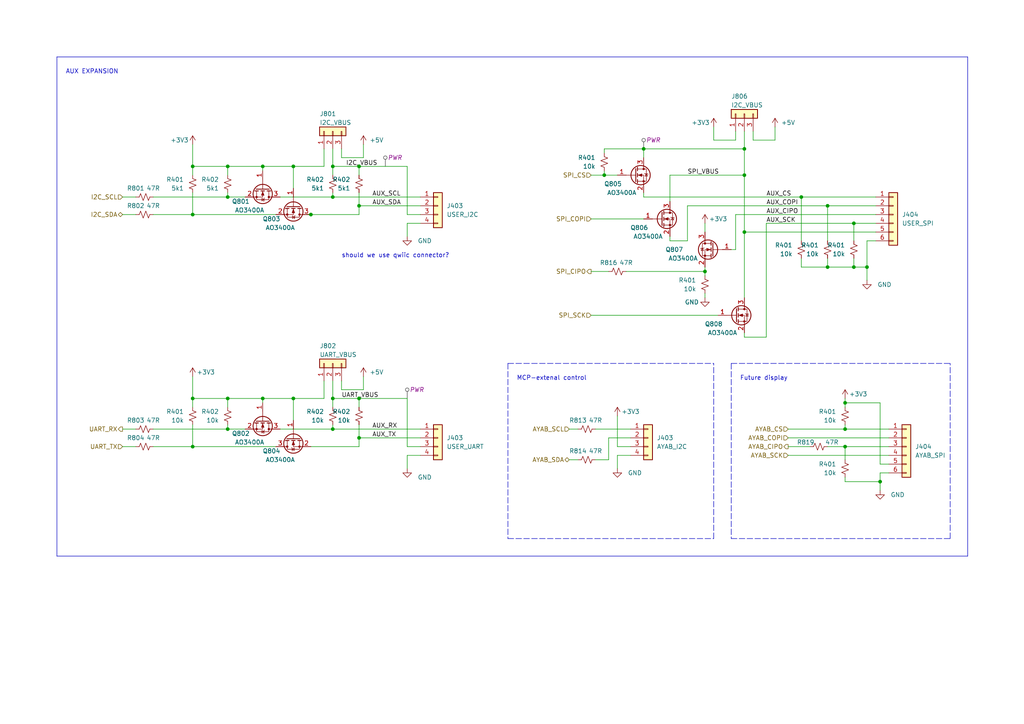
<source format=kicad_sch>
(kicad_sch (version 20230121) (generator eeschema)
  (paper "A4")
  (lib_symbols
    (symbol "Connector_Generic:Conn_01x03" (pin_names (offset 1.016) hide)
      (property "Reference" "J" (at 0 5.08 0))
      (property "Value" "Conn_01x03" (at 0 -5.08 0))
      (symbol "Conn_01x03_1_1"
        (rectangle (start -1.27 -2.413) (end 0 -2.667) (stroke (width 0.1524)))
        (rectangle (start -1.27 0.127) (end 0 -0.127) (stroke (width 0.1524)))
        (rectangle (start -1.27 2.667) (end 0 2.413) (stroke (width 0.1524)))
        (rectangle (start -1.27 3.81) (end 1.27 -3.81) (stroke (width 0.254)) (fill (type background)))
        (pin passive line (at -5.08 2.54 0) (length 3.81) (name "Pin_1") (number "1"))
        (pin passive line (at -5.08 0 0) (length 3.81) (name "Pin_2") (number "2"))
        (pin passive line (at -5.08 -2.54 0) (length 3.81) (name "Pin_3") (number "3"))
      )
    )
    (symbol "ayab-esp32:AO3400A" (pin_names hide)
      (property "Reference" "Q" (at 5.08 1.905 0))
      (property "Value" "AO3400A" (at 5.08 0 0))
      (symbol "AO3400A_0_1"
        (polyline (pts (xy 0.254 0) (xy -2.54 0)))
        (polyline (pts (xy 0.254 1.905) (xy 0.254 -1.905)) (stroke (width 0.254)))
        (polyline (pts (xy 0.762 -1.27) (xy 0.762 -2.286)) (stroke (width 0.254)))
        (polyline (pts (xy 0.762 0.508) (xy 0.762 -0.508)) (stroke (width 0.254)))
        (polyline (pts (xy 0.762 2.286) (xy 0.762 1.27)) (stroke (width 0.254)))
        (polyline (pts (xy 2.54 2.54) (xy 2.54 1.778)))
        (polyline (pts (xy 2.54 -2.54) (xy 2.54 0) (xy 0.762 0)))
        (polyline (pts (xy 0.762 -1.778) (xy 3.302 -1.778) (xy 3.302 1.778) (xy 0.762 1.778)))
        (polyline (pts (xy 1.016 0) (xy 2.032 0.381) (xy 2.032 -0.381) (xy 1.016 0)) (fill (type outline)))
        (polyline (pts (xy 2.794 0.508) (xy 2.921 0.381) (xy 3.683 0.381) (xy 3.81 0.254)))
        (polyline (pts (xy 3.302 0.381) (xy 2.921 -0.254) (xy 3.683 -0.254) (xy 3.302 0.381)))
        (circle (center 1.651 0) (radius 2.794) (stroke (width 0.254)))
        (circle (center 2.54 -1.778) (radius 0.254) (fill (type outline)))
        (circle (center 2.54 1.778) (radius 0.254) (fill (type outline)))
      )
      (symbol "AO3400A_1_1"
        (pin input line (at -5.08 0 0) (length 2.54) (name "G") (number "1"))
        (pin passive line (at 2.54 -5.08 90) (length 2.54) (name "S") (number "2"))
        (pin passive line (at 2.54 5.08 270) (length 2.54) (name "D") (number "3"))
      )
    )
    (symbol "ayab-esp32:Conn_01x04" (pin_names (offset 1.016) hide)
      (property "Reference" "J" (at 0 5.08 0))
      (property "Value" "Conn_01x04" (at 0 -7.62 0))
      (symbol "Conn_01x04_1_1"
        (rectangle (start -1.27 -4.953) (end 0 -5.207) (stroke (width 0.1524)))
        (rectangle (start -1.27 -2.413) (end 0 -2.667) (stroke (width 0.1524)))
        (rectangle (start -1.27 0.127) (end 0 -0.127) (stroke (width 0.1524)))
        (rectangle (start -1.27 2.667) (end 0 2.413) (stroke (width 0.1524)))
        (rectangle (start -1.27 3.81) (end 1.27 -6.35) (stroke (width 0.254)) (fill (type background)))
        (pin passive line (at -5.08 2.54 0) (length 3.81) (name "Pin_1") (number "1"))
        (pin passive line (at -5.08 0 0) (length 3.81) (name "Pin_2") (number "2"))
        (pin passive line (at -5.08 -2.54 0) (length 3.81) (name "Pin_3") (number "3"))
        (pin passive line (at -5.08 -5.08 0) (length 3.81) (name "Pin_4") (number "4"))
      )
    )
    (symbol "ayab-esp32:Conn_01x06" (pin_names (offset 1.016) hide)
      (property "Reference" "J" (at 0 7.62 0))
      (property "Value" "Conn_01x06" (at 0 -10.16 0))
      (symbol "Conn_01x06_1_1"
        (rectangle (start -1.27 -7.493) (end 0 -7.747) (stroke (width 0.1524)))
        (rectangle (start -1.27 -4.953) (end 0 -5.207) (stroke (width 0.1524)))
        (rectangle (start -1.27 -2.413) (end 0 -2.667) (stroke (width 0.1524)))
        (rectangle (start -1.27 0.127) (end 0 -0.127) (stroke (width 0.1524)))
        (rectangle (start -1.27 2.667) (end 0 2.413) (stroke (width 0.1524)))
        (rectangle (start -1.27 5.207) (end 0 4.953) (stroke (width 0.1524)))
        (rectangle (start -1.27 6.35) (end 1.27 -8.89) (stroke (width 0.254)) (fill (type background)))
        (pin passive line (at -5.08 5.08 0) (length 3.81) (name "Pin_1") (number "1"))
        (pin passive line (at -5.08 2.54 0) (length 3.81) (name "Pin_2") (number "2"))
        (pin passive line (at -5.08 0 0) (length 3.81) (name "Pin_3") (number "3"))
        (pin passive line (at -5.08 -2.54 0) (length 3.81) (name "Pin_4") (number "4"))
        (pin passive line (at -5.08 -5.08 0) (length 3.81) (name "Pin_5") (number "5"))
        (pin passive line (at -5.08 -7.62 0) (length 3.81) (name "Pin_6") (number "6"))
      )
    )
    (symbol "ayab-esp32:R_Small_US" (pin_numbers hide) (pin_names (offset 0.254) hide)
      (property "Reference" "R" (at 0.762 0.508 0))
      (property "Value" "R_Small_US" (at 0.762 -1.016 0))
      (symbol "R_Small_US_1_1"
        (polyline (pts (xy 0 0) (xy 1.016 -0.381) (xy 0 -0.762) (xy -1.016 -1.143) (xy 0 -1.524)))
        (polyline (pts (xy 0 1.524) (xy 1.016 1.143) (xy 0 0.762) (xy -1.016 0.381) (xy 0 0)))
        (pin passive line (at 0 2.54 270) (length 1.016) (name "~") (number "1"))
        (pin passive line (at 0 -2.54 90) (length 1.016) (name "~") (number "2"))
      )
    )
    (symbol "power:+3V3" (power) (pin_names (offset 0))
      (property "Value" "+3V3" (at 0 3.556 0))
      (symbol "+3V3_0_1"
        (polyline (pts (xy -0.762 1.27) (xy 0 2.54)))
        (polyline (pts (xy 0 0) (xy 0 2.54)))
        (polyline (pts (xy 0 2.54) (xy 0.762 1.27)))
      )
      (symbol "+3V3_1_1"
        (pin power_in line (at 0 0 90) (length 0) hide (name "+3V3") (number "1"))
      )
    )
    (symbol "power:+5V" (power) (pin_names (offset 0))
      (property "Value" "+5V" (at 0 3.556 0))
      (symbol "+5V_0_1"
        (polyline (pts (xy -0.762 1.27) (xy 0 2.54)))
        (polyline (pts (xy 0 0) (xy 0 2.54)))
        (polyline (pts (xy 0 2.54) (xy 0.762 1.27)))
      )
      (symbol "+5V_1_1"
        (pin power_in line (at 0 0 90) (length 0) hide (name "+5V") (number "1"))
      )
    )
    (symbol "power:GND" (power) (pin_names (offset 0))
      (property "Value" "GND" (at 0 -3.81 0))
      (symbol "GND_0_1"
        (polyline (pts (xy 0 0) (xy 0 -1.27) (xy 1.27 -1.27) (xy 0 -2.54) (xy -1.27 -1.27) (xy 0 -1.27)))
      )
      (symbol "GND_1_1"
        (pin power_in line (at 0 0 270) (length 0) hide (name "GND") (number "1"))
      )
    )
  )
  (junction (at 215.9 43.18))
  (junction (at 55.88 48.26))
  (junction (at 55.88 62.23))
  (junction (at 204.47 78.74))
  (junction (at 96.52 115.57))
  (junction (at 215.9 67.31))
  (junction (at 66.04 115.57))
  (junction (at 247.65 64.77))
  (junction (at 85.09 115.57))
  (junction (at 76.2 115.57))
  (junction (at 104.14 48.26))
  (junction (at 55.88 129.54))
  (junction (at 186.69 43.18))
  (junction (at 232.41 57.15))
  (junction (at 96.52 124.46))
  (junction (at 255.27 139.7))
  (junction (at 215.9 50.8))
  (junction (at 245.11 124.46))
  (junction (at 175.26 50.8))
  (junction (at 76.2 48.26))
  (junction (at 104.14 115.57))
  (junction (at 96.52 57.15))
  (junction (at 66.04 124.46))
  (junction (at 96.52 48.26))
  (junction (at 66.04 57.15))
  (junction (at 55.88 115.57))
  (junction (at 104.14 59.69))
  (junction (at 245.11 129.54))
  (junction (at 85.09 48.26))
  (junction (at 245.11 116.84))
  (junction (at 247.65 77.47))
  (junction (at 240.03 59.69))
  (junction (at 251.46 77.47))
  (junction (at 240.03 77.47))
  (junction (at 104.14 127))
  (junction (at 90.17 62.23))
  (junction (at 66.04 48.26))
  (wire (pts (xy 228.6 129.54) (xy 234.95 129.54)))
  (wire (pts (xy 35.56 57.15) (xy 39.37 57.15)))
  (wire (pts (xy 215.9 38.1) (xy 215.9 43.18)))
  (wire (pts (xy 172.72 124.46) (xy 182.88 124.46)))
  (wire (pts (xy 76.2 115.57) (xy 76.2 116.84)))
  (wire (pts (xy 245.11 116.84) (xy 245.11 118.11)))
  (wire (pts (xy 85.09 115.57) (xy 76.2 115.57)))
  (wire (pts (xy 121.92 129.54) (xy 118.11 129.54)))
  (wire (pts (xy 165.1 124.46) (xy 167.64 124.46)))
  (wire (pts (xy 55.88 123.19) (xy 55.88 129.54)))
  (wire (pts (xy 240.03 59.69) (xy 240.03 69.85)))
  (wire (pts (xy 175.26 43.18) (xy 186.69 43.18)))
  (wire (pts (xy 175.26 50.8) (xy 175.26 49.53)))
  (wire (pts (xy 96.52 115.57) (xy 104.14 115.57)))
  (polyline (pts (xy 16.51 16.51) (xy 280.67 16.51)))
  (wire (pts (xy 204.47 85.09) (xy 204.47 86.36)))
  (wire (pts (xy 118.11 132.08) (xy 121.92 132.08)))
  (polyline (pts (xy 207.01 156.21) (xy 207.01 105.41)) (stroke (width 0) (type dash)))
  (wire (pts (xy 165.1 133.35) (xy 167.64 133.35)))
  (wire (pts (xy 240.03 59.69) (xy 254 59.69)))
  (wire (pts (xy 66.04 48.26) (xy 55.88 48.26)))
  (wire (pts (xy 104.14 115.57) (xy 118.11 115.57)))
  (polyline (pts (xy 147.32 156.21) (xy 207.01 156.21)) (stroke (width 0) (type dash)))
  (wire (pts (xy 44.45 124.46) (xy 66.04 124.46)))
  (wire (pts (xy 81.28 57.15) (xy 96.52 57.15)))
  (wire (pts (xy 171.45 91.44) (xy 208.28 91.44)))
  (wire (pts (xy 255.27 134.62) (xy 257.81 134.62)))
  (wire (pts (xy 118.11 48.26) (xy 118.11 62.23)))
  (wire (pts (xy 118.11 64.77) (xy 118.11 68.58)))
  (wire (pts (xy 55.88 48.26) (xy 55.88 50.8)))
  (wire (pts (xy 55.88 41.91) (xy 55.88 48.26)))
  (wire (pts (xy 105.41 45.72) (xy 105.41 41.91)))
  (wire (pts (xy 90.17 62.23) (xy 104.14 62.23)))
  (wire (pts (xy 257.81 137.16) (xy 255.27 137.16)))
  (wire (pts (xy 194.31 69.85) (xy 199.39 69.85)))
  (wire (pts (xy 99.06 45.72) (xy 105.41 45.72)))
  (wire (pts (xy 90.17 129.54) (xy 104.14 129.54)))
  (wire (pts (xy 222.25 97.79) (xy 222.25 64.77)))
  (wire (pts (xy 55.88 129.54) (xy 80.01 129.54)))
  (wire (pts (xy 96.52 55.88) (xy 96.52 57.15)))
  (wire (pts (xy 99.06 110.49) (xy 99.06 113.03)))
  (wire (pts (xy 66.04 48.26) (xy 66.04 50.8)))
  (wire (pts (xy 35.56 124.46) (xy 39.37 124.46)))
  (wire (pts (xy 213.36 38.1) (xy 213.36 40.64)))
  (wire (pts (xy 204.47 78.74) (xy 204.47 80.01)))
  (wire (pts (xy 215.9 97.79) (xy 222.25 97.79)))
  (wire (pts (xy 204.47 64.77) (xy 204.47 67.31)))
  (wire (pts (xy 245.11 124.46) (xy 257.81 124.46)))
  (wire (pts (xy 96.52 110.49) (xy 96.52 115.57)))
  (wire (pts (xy 215.9 67.31) (xy 254 67.31)))
  (wire (pts (xy 85.09 115.57) (xy 93.98 115.57)))
  (wire (pts (xy 179.07 132.08) (xy 179.07 135.89)))
  (wire (pts (xy 251.46 77.47) (xy 251.46 81.28)))
  (wire (pts (xy 118.11 132.08) (xy 118.11 135.89)))
  (wire (pts (xy 245.11 139.7) (xy 255.27 139.7)))
  (wire (pts (xy 199.39 69.85) (xy 199.39 59.69)))
  (wire (pts (xy 186.69 57.15) (xy 232.41 57.15)))
  (wire (pts (xy 245.11 115.57) (xy 245.11 116.84)))
  (wire (pts (xy 35.56 129.54) (xy 39.37 129.54)))
  (wire (pts (xy 175.26 50.8) (xy 179.07 50.8)))
  (wire (pts (xy 255.27 139.7) (xy 255.27 142.24)))
  (wire (pts (xy 222.25 64.77) (xy 247.65 64.77)))
  (wire (pts (xy 96.52 124.46) (xy 121.92 124.46)))
  (wire (pts (xy 213.36 62.23) (xy 254 62.23)))
  (wire (pts (xy 186.69 43.18) (xy 215.9 43.18)))
  (wire (pts (xy 99.06 113.03) (xy 105.41 113.03)))
  (wire (pts (xy 207.01 36.83) (xy 207.01 40.64)))
  (wire (pts (xy 104.14 127) (xy 104.14 123.19)))
  (wire (pts (xy 104.14 48.26) (xy 118.11 48.26)))
  (wire (pts (xy 76.2 48.26) (xy 76.2 49.53)))
  (wire (pts (xy 171.45 50.8) (xy 175.26 50.8)))
  (wire (pts (xy 240.03 77.47) (xy 247.65 77.47)))
  (wire (pts (xy 104.14 48.26) (xy 104.14 50.8)))
  (polyline (pts (xy 212.09 105.41) (xy 275.59 105.41)) (stroke (width 0) (type dash)))
  (wire (pts (xy 104.14 59.69) (xy 104.14 55.88)))
  (wire (pts (xy 93.98 110.49) (xy 93.98 115.57)))
  (wire (pts (xy 55.88 62.23) (xy 80.01 62.23)))
  (wire (pts (xy 66.04 55.88) (xy 66.04 57.15)))
  (wire (pts (xy 240.03 129.54) (xy 245.11 129.54)))
  (wire (pts (xy 247.65 64.77) (xy 247.65 69.85)))
  (wire (pts (xy 182.88 132.08) (xy 179.07 132.08)))
  (wire (pts (xy 232.41 57.15) (xy 232.41 69.85)))
  (polyline (pts (xy 147.32 105.41) (xy 147.32 156.21)) (stroke (width 0) (type dash)))
  (polyline (pts (xy 16.51 161.29) (xy 280.67 161.29)))
  (wire (pts (xy 44.45 129.54) (xy 55.88 129.54)))
  (wire (pts (xy 232.41 57.15) (xy 254 57.15)))
  (wire (pts (xy 118.11 115.57) (xy 118.11 129.54)))
  (wire (pts (xy 88.9 62.23) (xy 90.17 62.23)))
  (wire (pts (xy 179.07 129.54) (xy 182.88 129.54)))
  (wire (pts (xy 66.04 57.15) (xy 71.12 57.15)))
  (wire (pts (xy 215.9 43.18) (xy 215.9 50.8)))
  (wire (pts (xy 213.36 72.39) (xy 213.36 62.23)))
  (wire (pts (xy 181.61 78.74) (xy 204.47 78.74)))
  (wire (pts (xy 99.06 43.18) (xy 99.06 45.72)))
  (wire (pts (xy 44.45 62.23) (xy 55.88 62.23)))
  (wire (pts (xy 96.52 115.57) (xy 96.52 118.11)))
  (wire (pts (xy 179.07 120.65) (xy 179.07 129.54)))
  (wire (pts (xy 245.11 129.54) (xy 257.81 129.54)))
  (wire (pts (xy 104.14 127) (xy 121.92 127)))
  (wire (pts (xy 247.65 64.77) (xy 254 64.77)))
  (wire (pts (xy 247.65 74.93) (xy 247.65 77.47)))
  (wire (pts (xy 224.79 40.64) (xy 224.79 36.83)))
  (wire (pts (xy 81.28 124.46) (xy 96.52 124.46)))
  (wire (pts (xy 215.9 50.8) (xy 215.9 67.31)))
  (wire (pts (xy 35.56 62.23) (xy 39.37 62.23)))
  (wire (pts (xy 55.88 115.57) (xy 55.88 118.11)))
  (polyline (pts (xy 16.51 16.51) (xy 16.51 161.29)))
  (wire (pts (xy 66.04 48.26) (xy 76.2 48.26)))
  (polyline (pts (xy 147.32 105.41) (xy 207.01 105.41)) (stroke (width 0) (type dash)))
  (wire (pts (xy 172.72 133.35) (xy 176.53 133.35)))
  (wire (pts (xy 218.44 38.1) (xy 218.44 40.64)))
  (wire (pts (xy 93.98 48.26) (xy 85.09 48.26)))
  (wire (pts (xy 66.04 115.57) (xy 66.04 118.11)))
  (wire (pts (xy 247.65 77.47) (xy 251.46 77.47)))
  (polyline (pts (xy 280.67 161.29) (xy 280.67 16.51)))
  (wire (pts (xy 171.45 78.74) (xy 176.53 78.74)))
  (polyline (pts (xy 275.59 156.21) (xy 275.59 105.41)) (stroke (width 0) (type dash)))
  (wire (pts (xy 245.11 116.84) (xy 255.27 116.84)))
  (wire (pts (xy 215.9 96.52) (xy 215.9 97.79)))
  (wire (pts (xy 96.52 48.26) (xy 96.52 50.8)))
  (wire (pts (xy 240.03 74.93) (xy 240.03 77.47)))
  (wire (pts (xy 228.6 124.46) (xy 245.11 124.46)))
  (wire (pts (xy 44.45 57.15) (xy 66.04 57.15)))
  (wire (pts (xy 66.04 115.57) (xy 55.88 115.57)))
  (wire (pts (xy 212.09 72.39) (xy 213.36 72.39)))
  (wire (pts (xy 85.09 54.61) (xy 85.09 48.26)))
  (wire (pts (xy 96.52 43.18) (xy 96.52 48.26)))
  (wire (pts (xy 175.26 44.45) (xy 175.26 43.18)))
  (wire (pts (xy 218.44 40.64) (xy 224.79 40.64)))
  (wire (pts (xy 228.6 127) (xy 257.81 127)))
  (wire (pts (xy 96.52 123.19) (xy 96.52 124.46)))
  (wire (pts (xy 104.14 59.69) (xy 121.92 59.69)))
  (wire (pts (xy 255.27 116.84) (xy 255.27 134.62)))
  (wire (pts (xy 121.92 62.23) (xy 118.11 62.23)))
  (wire (pts (xy 204.47 78.74) (xy 204.47 77.47)))
  (wire (pts (xy 176.53 127) (xy 182.88 127)))
  (wire (pts (xy 104.14 62.23) (xy 104.14 59.69)))
  (polyline (pts (xy 212.09 105.41) (xy 212.09 156.21)) (stroke (width 0) (type dash)))
  (wire (pts (xy 85.09 121.92) (xy 85.09 115.57)))
  (wire (pts (xy 118.11 64.77) (xy 121.92 64.77)))
  (wire (pts (xy 104.14 129.54) (xy 104.14 127)))
  (wire (pts (xy 176.53 133.35) (xy 176.53 127)))
  (wire (pts (xy 76.2 48.26) (xy 85.09 48.26)))
  (wire (pts (xy 171.45 63.5) (xy 186.69 63.5)))
  (wire (pts (xy 55.88 55.88) (xy 55.88 62.23)))
  (wire (pts (xy 232.41 74.93) (xy 232.41 77.47)))
  (wire (pts (xy 96.52 57.15) (xy 121.92 57.15)))
  (wire (pts (xy 232.41 77.47) (xy 240.03 77.47)))
  (wire (pts (xy 186.69 57.15) (xy 186.69 55.88)))
  (wire (pts (xy 66.04 124.46) (xy 71.12 124.46)))
  (wire (pts (xy 228.6 132.08) (xy 257.81 132.08)))
  (wire (pts (xy 194.31 68.58) (xy 194.31 69.85)))
  (wire (pts (xy 245.11 138.43) (xy 245.11 139.7)))
  (wire (pts (xy 194.31 50.8) (xy 215.9 50.8)))
  (wire (pts (xy 66.04 123.19) (xy 66.04 124.46)))
  (wire (pts (xy 254 69.85) (xy 251.46 69.85)))
  (wire (pts (xy 93.98 43.18) (xy 93.98 48.26)))
  (polyline (pts (xy 212.09 156.21) (xy 275.59 156.21)) (stroke (width 0) (type dash)))
  (wire (pts (xy 186.69 45.72) (xy 186.69 43.18)))
  (wire (pts (xy 96.52 48.26) (xy 104.14 48.26)))
  (wire (pts (xy 104.14 115.57) (xy 104.14 118.11)))
  (wire (pts (xy 194.31 58.42) (xy 194.31 50.8)))
  (wire (pts (xy 251.46 69.85) (xy 251.46 77.47)))
  (wire (pts (xy 245.11 129.54) (xy 245.11 133.35)))
  (wire (pts (xy 215.9 67.31) (xy 215.9 86.36)))
  (wire (pts (xy 55.88 109.22) (xy 55.88 115.57)))
  (wire (pts (xy 66.04 115.57) (xy 76.2 115.57)))
  (wire (pts (xy 213.36 40.64) (xy 207.01 40.64)))
  (wire (pts (xy 105.41 113.03) (xy 105.41 109.22)))
  (wire (pts (xy 245.11 123.19) (xy 245.11 124.46)))
  (wire (pts (xy 255.27 137.16) (xy 255.27 139.7)))
  (wire (pts (xy 199.39 59.69) (xy 240.03 59.69)))
  (text "Future display" (at 214.63 110.49 0) (effects (font (size 1.27 1.27)) (justify left bottom)))
  (text "AUX EXPANSION" (at 19.05 21.59 0) (effects (font (size 1.27 1.27)) (justify left bottom)))
  (text "should we use qwiic connector?" (at 99.06 74.93 0) (effects (font (size 1.27 1.27)) (justify left bottom)))
  (text "MCP-extenal control" (at 149.86 110.49 0) (effects (font (size 1.27 1.27)) (justify left bottom)))
  (label "AUX_CIPO" (at 222.25 62.23 0))
  (label "AUX_SCL" (at 107.95 57.15 0))
  (label "AUX_TX" (at 107.95 127 0))
  (label "AUX_COPI" (at 222.25 59.69 0))
  (label "AUX_RX" (at 107.95 124.46 0))
  (label "I2C_VBUS" (at 100.33 48.26 0))
  (label "AUX_SDA" (at 107.95 59.69 0))
  (label "UART_VBUS" (at 99.06 115.57 0))
  (label "AUX_CS" (at 222.25 57.15 0))
  (label "AUX_SCK" (at 222.25 64.77 0))
  (label "SPI_VBUS" (at 199.39 50.8 0))
  (hierarchical_label "AYAB_CS" (shape input) (at 228.6 124.46 180))
  (hierarchical_label "AYAB_SCK" (shape input) (at 228.6 132.08 180))
  (hierarchical_label "SPI_CS" (shape input) (at 171.45 50.8 180))
  (hierarchical_label "AYAB_CIPO" (shape output) (at 228.6 129.54 180))
  (hierarchical_label "SPI_COPI" (shape input) (at 171.45 63.5 180))
  (hierarchical_label "SPI_SCK" (shape input) (at 171.45 91.44 180))
  (hierarchical_label "I2C_SCL" (shape input) (at 35.56 57.15 180))
  (hierarchical_label "AYAB_SDA" (shape bidirectional) (at 165.1 133.35 180))
  (hierarchical_label "AYAB_COPI" (shape input) (at 228.6 127 180))
  (hierarchical_label "I2C_SDA" (shape bidirectional) (at 35.56 62.23 180))
  (hierarchical_label "UART_RX" (shape output) (at 35.56 124.46 180))
  (hierarchical_label "UART_TX" (shape input) (at 35.56 129.54 180))
  (hierarchical_label "AYAB_SCL" (shape input) (at 165.1 124.46 180))
  (hierarchical_label "SPI_CIPO" (shape output) (at 171.45 78.74 180))
  (netclass_flag "" (length 2.54) (shape round) (at 118.11 115.57 0) (property "Netclass" "PWR" (at 118.8085 113.03 0) (effects (font italic) (justify left))))
  (netclass_flag "" (length 2.54) (shape round) (at 111.76 48.26 0) (property "Netclass" "PWR" (at 112.4585 45.72 0) (effects (font italic) (justify left))))
  (netclass_flag "" (length 2.54) (shape round) (at 186.69 43.18 0) (property "Netclass" "PWR" (at 187.3885 40.64 0) (effects (font italic) (justify left))))
  (symbol (lib_id "ayab-esp32:R_Small_US") (at 104.14 120.65 0) (unit 1)
    (property "Reference" "R402" (at 101.6 119.38 0) (effects (justify right)))
    (property "Value" "10k" (at 101.6 121.92 0) (effects (justify right)))
    (instances (project "ayab-esp32" (path "" (reference "R402") (unit 1)) (path "" (reference "R812") (unit 1))))
  )
  (symbol (lib_id "ayab-esp32:AO3400A") (at 76.2 121.92 270) (unit 1)
    (property "Reference" "Q802" (at 69.85 125.73 90))
    (property "Value" "AO3400A" (at 72.39 128.27 90))
    (property "Footprint" "Package_TO_SOT_SMD:SOT-23" (effects hide))
    (property "Datasheet" "http://www.aosmd.com/pdfs/datasheet/AO3400A.pdf" (effects hide))
  )
  (symbol (lib_id "ayab-esp32:R_Small_US") (at 245.11 135.89 0) (unit 1)
    (property "Reference" "R401" (at 242.57 134.62 0) (effects (justify right)))
    (property "Value" "10k" (at 242.57 137.16 0) (effects (justify right)))
    (instances (project "ayab-esp32" (path "" (reference "R401") (unit 1)) (path "" (reference "R822") (unit 1))))
  )
  (symbol (lib_id "Connector_Generic:Conn_01x03") (at 96.52 38.1 90) (unit 1)
    (property "Reference" "J801" (at 92.71 33.02 90) (effects (justify right)))
    (property "Value" "I2C_VBUS" (at 92.71 35.56 90) (effects (justify right)))
  )
  (symbol (lib_id "ayab-esp32:R_Small_US") (at 66.04 120.65 0) (unit 1)
    (property "Reference" "R402" (at 63.5 119.38 0) (effects (justify right)))
    (property "Value" "10k" (at 63.5 121.92 0) (effects (justify right)))
    (instances (project "ayab-esp32" (path "" (reference "R402") (unit 1)) (path "" (reference "R808") (unit 1))))
  )
  (symbol (lib_id "power:GND") (at 179.07 135.89 0) (unit 1)
    (property "Reference" "#PWR0403" (effects hide))
    (property "Value" "GND" (at 184.15 137.16 0))
    (instances (project "ayab-esp32" (path "" (reference "#PWR0403") (unit 1)) (path "" (reference "#PWR0808") (unit 1))))
  )
  (symbol (lib_id "ayab-esp32:R_Small_US") (at 179.07 78.74 90) (unit 1)
    (property "Reference" "R816" (at 176.53 76.2 90))
    (property "Value" "47R" (at 181.61 76.2 90))
  )
  (symbol (lib_id "ayab-esp32:R_Small_US") (at 170.18 124.46 90) (unit 1)
    (property "Reference" "R813" (at 167.64 121.92 90))
    (property "Value" "47R" (at 172.72 121.92 90))
  )
  (symbol (lib_id "power:GND") (at 255.27 142.24 0) (unit 1)
    (property "Reference" "#PWR0403" (effects hide))
    (property "Value" "GND" (at 260.35 143.51 0))
    (instances (project "ayab-esp32" (path "" (reference "#PWR0403") (unit 1)) (path "" (reference "#PWR0815") (unit 1))))
  )
  (symbol (lib_id "ayab-esp32:Conn_01x04") (at 127 127 0) (unit 1)
    (property "Reference" "J403" (at 129.54 127 0) (effects (justify left)))
    (property "Value" "USER_UART" (at 129.54 129.54 0) (effects (justify left)))
    (instances (project "ayab-esp32" (path "" (reference "J403") (unit 1)) (path "" (reference "J804") (unit 1))))
  )
  (symbol (lib_id "ayab-esp32:Conn_01x04") (at 127 59.69 0) (unit 1)
    (property "Reference" "J403" (at 129.54 59.69 0) (effects (justify left)))
    (property "Value" "USER_I2C" (at 129.54 62.23 0) (effects (justify left)))
    (instances (project "ayab-esp32" (path "" (reference "J403") (unit 1)) (path "" (reference "J803") (unit 1))))
  )
  (symbol (lib_id "power:+3V3") (at 245.11 115.57 0) (unit 1)
    (property "Reference" "#PWR0402" (effects hide))
    (property "Value" "+3V3" (at 248.92 114.3 0))
    (instances (project "ayab-esp32" (path "" (reference "#PWR0402") (unit 1)) (path "" (reference "#PWR0813") (unit 1))))
  )
  (symbol (lib_id "ayab-esp32:R_Small_US") (at 96.52 120.65 0) (unit 1)
    (property "Reference" "R402" (at 93.98 119.38 0) (effects (justify right)))
    (property "Value" "10k" (at 93.98 121.92 0) (effects (justify right)))
    (instances (project "ayab-esp32" (path "" (reference "R402") (unit 1)) (path "" (reference "R810") (unit 1))))
  )
  (symbol (lib_id "ayab-esp32:R_Small_US") (at 175.26 46.99 0) (unit 1)
    (property "Reference" "R401" (at 172.72 45.72 0) (effects (justify right)))
    (property "Value" "10k" (at 172.72 48.26 0) (effects (justify right)))
    (instances (project "ayab-esp32" (path "" (reference "R401") (unit 1)) (path "" (reference "R815") (unit 1))))
  )
  (symbol (lib_id "ayab-esp32:R_Small_US") (at 41.91 129.54 90) (unit 1)
    (property "Reference" "R804" (at 39.37 127 90))
    (property "Value" "47R" (at 44.45 127 90))
  )
  (symbol (lib_id "power:GND") (at 118.11 68.58 0) (unit 1)
    (property "Reference" "#PWR0403" (effects hide))
    (property "Value" "GND" (at 123.19 69.85 0))
    (instances (project "ayab-esp32" (path "" (reference "#PWR0403") (unit 1)) (path "" (reference "#PWR0805") (unit 1))))
  )
  (symbol (lib_id "power:+3V3") (at 207.01 36.83 0) (mirror y) (unit 1)
    (property "Reference" "#PWR0402" (effects hide))
    (property "Value" "+3V3" (at 203.2 35.56 0))
    (instances (project "ayab-esp32" (path "" (reference "#PWR0402") (unit 1)) (path "" (reference "#PWR0811") (unit 1))))
  )
  (symbol (lib_id "ayab-esp32:AO3400A") (at 191.77 63.5 0) (unit 1)
    (property "Reference" "Q806" (at 185.42 66.04 0))
    (property "Value" "AO3400A" (at 187.96 68.58 0))
    (property "Footprint" "Package_TO_SOT_SMD:SOT-23" (effects hide))
    (property "Datasheet" "http://www.aosmd.com/pdfs/datasheet/AO3400A.pdf" (effects hide))
  )
  (symbol (lib_id "power:+5V") (at 105.41 41.91 0) (unit 1)
    (property "Reference" "#PWR0803" (effects hide))
    (property "Value" "+5V" (at 109.22 40.64 0))
  )
  (symbol (lib_id "ayab-esp32:Conn_01x04") (at 187.96 127 0) (unit 1)
    (property "Reference" "J403" (at 190.5 127 0) (effects (justify left)))
    (property "Value" "AYAB_I2C" (at 190.5 129.54 0) (effects (justify left)))
    (instances (project "ayab-esp32" (path "" (reference "J403") (unit 1)) (path "" (reference "J805") (unit 1))))
  )
  (symbol (lib_id "ayab-esp32:R_Small_US") (at 66.04 53.34 0) (unit 1)
    (property "Reference" "R402" (at 63.5 52.07 0) (effects (justify right)))
    (property "Value" "5k1" (at 63.5 54.61 0) (effects (justify right)))
    (instances (project "ayab-esp32" (path "" (reference "R402") (unit 1)) (path "" (reference "R807") (unit 1))))
  )
  (symbol (lib_id "ayab-esp32:R_Small_US") (at 96.52 53.34 0) (unit 1)
    (property "Reference" "R402" (at 93.98 52.07 0) (effects (justify right)))
    (property "Value" "5k1" (at 93.98 54.61 0) (effects (justify right)))
    (instances (project "ayab-esp32" (path "" (reference "R402") (unit 1)) (path "" (reference "R809") (unit 1))))
  )
  (symbol (lib_id "ayab-esp32:AO3400A") (at 184.15 50.8 0) (unit 1)
    (property "Reference" "Q805" (at 177.8 53.34 0))
    (property "Value" "AO3400A" (at 180.34 55.88 0))
    (property "Footprint" "Package_TO_SOT_SMD:SOT-23" (effects hide))
    (property "Datasheet" "http://www.aosmd.com/pdfs/datasheet/AO3400A.pdf" (effects hide))
  )
  (symbol (lib_id "Connector_Generic:Conn_01x03") (at 96.52 105.41 90) (unit 1)
    (property "Reference" "J802" (at 92.71 100.33 90) (effects (justify right)))
    (property "Value" "UART_VBUS" (at 92.71 102.87 90) (effects (justify right)))
  )
  (symbol (lib_id "ayab-esp32:R_Small_US") (at 232.41 72.39 0) (unit 1)
    (property "Reference" "R401" (at 229.87 71.12 0) (effects (justify right)))
    (property "Value" "10k" (at 229.87 73.66 0) (effects (justify right)))
    (instances (project "ayab-esp32" (path "" (reference "R401") (unit 1)) (path "" (reference "R818") (unit 1))))
  )
  (symbol (lib_id "ayab-esp32:R_Small_US") (at 204.47 82.55 0) (unit 1)
    (property "Reference" "R401" (at 201.93 81.28 0) (effects (justify right)))
    (property "Value" "10k" (at 201.93 83.82 0) (effects (justify right)))
    (instances (project "ayab-esp32" (path "" (reference "R401") (unit 1)) (path "" (reference "R817") (unit 1))))
  )
  (symbol (lib_id "ayab-esp32:R_Small_US") (at 55.88 120.65 0) (unit 1)
    (property "Reference" "R401" (at 53.34 119.38 0) (effects (justify right)))
    (property "Value" "10k" (at 53.34 121.92 0) (effects (justify right)))
    (instances (project "ayab-esp32" (path "" (reference "R401") (unit 1)) (path "" (reference "R806") (unit 1))))
  )
  (symbol (lib_id "power:+3V3") (at 55.88 109.22 0) (unit 1)
    (property "Reference" "#PWR0402" (effects hide))
    (property "Value" "+3V3" (at 59.69 107.95 0))
    (instances (project "ayab-esp32" (path "" (reference "#PWR0402") (unit 1)) (path "" (reference "#PWR0802") (unit 1))))
  )
  (symbol (lib_id "ayab-esp32:R_Small_US") (at 247.65 72.39 0) (unit 1)
    (property "Reference" "R401" (at 245.11 71.12 0) (effects (justify right)))
    (property "Value" "10k" (at 245.11 73.66 0) (effects (justify right)))
    (instances (project "ayab-esp32" (path "" (reference "R401") (unit 1)) (path "" (reference "R823") (unit 1))))
  )
  (symbol (lib_id "power:+3V3") (at 179.07 120.65 0) (unit 1)
    (property "Reference" "#PWR0402" (effects hide))
    (property "Value" "+3V3" (at 182.88 119.38 0))
    (instances (project "ayab-esp32" (path "" (reference "#PWR0402") (unit 1)) (path "" (reference "#PWR0807") (unit 1))))
  )
  (symbol (lib_id "ayab-esp32:AO3400A") (at 213.36 91.44 0) (unit 1)
    (property "Reference" "Q808" (at 207.01 93.98 0))
    (property "Value" "AO3400A" (at 209.55 96.52 0))
    (property "Footprint" "Package_TO_SOT_SMD:SOT-23" (effects hide))
    (property "Datasheet" "http://www.aosmd.com/pdfs/datasheet/AO3400A.pdf" (effects hide))
  )
  (symbol (lib_id "power:GND") (at 118.11 135.89 0) (unit 1)
    (property "Reference" "#PWR0403" (effects hide))
    (property "Value" "GND" (at 123.19 138.43 0))
    (instances (project "ayab-esp32" (path "" (reference "#PWR0403") (unit 1)) (path "" (reference "#PWR0806") (unit 1))))
  )
  (symbol (lib_id "power:+5V") (at 105.41 109.22 0) (unit 1)
    (property "Reference" "#PWR0804" (effects hide))
    (property "Value" "+5V" (at 109.22 107.95 0))
  )
  (symbol (lib_id "power:+5V") (at 224.79 36.83 0) (unit 1)
    (property "Reference" "#PWR0812" (effects hide))
    (property "Value" "+5V" (at 228.6 35.56 0))
  )
  (symbol (lib_id "ayab-esp32:AO3400A") (at 85.09 59.69 270) (unit 1)
    (property "Reference" "Q803" (at 78.74 63.5 90))
    (property "Value" "AO3400A" (at 81.28 66.04 90))
    (property "Footprint" "Package_TO_SOT_SMD:SOT-23" (effects hide))
    (property "Datasheet" "http://www.aosmd.com/pdfs/datasheet/AO3400A.pdf" (effects hide))
  )
  (symbol (lib_id "ayab-esp32:R_Small_US") (at 41.91 124.46 90) (unit 1)
    (property "Reference" "R803" (at 39.37 121.92 90))
    (property "Value" "47R" (at 44.45 121.92 90))
  )
  (symbol (lib_id "power:+3V3") (at 55.88 41.91 0) (mirror y) (unit 1)
    (property "Reference" "#PWR0402" (effects hide))
    (property "Value" "+3V3" (at 52.07 40.64 0))
    (instances (project "ayab-esp32" (path "" (reference "#PWR0402") (unit 1)) (path "" (reference "#PWR0801") (unit 1))))
  )
  (symbol (lib_id "ayab-esp32:R_Small_US") (at 41.91 62.23 90) (unit 1)
    (property "Reference" "R802" (at 39.37 59.69 90))
    (property "Value" "47R" (at 44.45 59.69 90))
  )
  (symbol (lib_id "power:GND") (at 204.47 86.36 0) (mirror y) (unit 1)
    (property "Reference" "#PWR0403" (effects hide))
    (property "Value" "GND" (at 200.66 87.63 0))
    (instances (project "ayab-esp32" (path "" (reference "#PWR0403") (unit 1)) (path "" (reference "#PWR0810") (unit 1))))
  )
  (symbol (lib_id "power:GND") (at 251.46 81.28 0) (unit 1)
    (property "Reference" "#PWR0403" (effects hide))
    (property "Value" "GND" (at 256.54 82.55 0))
    (instances (project "ayab-esp32" (path "" (reference "#PWR0403") (unit 1)) (path "" (reference "#PWR0814") (unit 1))))
  )
  (symbol (lib_id "ayab-esp32:R_Small_US") (at 104.14 53.34 0) (unit 1)
    (property "Reference" "R402" (at 101.6 52.07 0) (effects (justify right)))
    (property "Value" "5k1" (at 101.6 54.61 0) (effects (justify right)))
    (instances (project "ayab-esp32" (path "" (reference "R402") (unit 1)) (path "" (reference "R811") (unit 1))))
  )
  (symbol (lib_id "ayab-esp32:R_Small_US") (at 240.03 72.39 0) (unit 1)
    (property "Reference" "R401" (at 237.49 71.12 0) (effects (justify right)))
    (property "Value" "10k" (at 237.49 73.66 0) (effects (justify right)))
    (instances (project "ayab-esp32" (path "" (reference "R401") (unit 1)) (path "" (reference "R820") (unit 1))))
  )
  (symbol (lib_id "power:+3V3") (at 204.47 64.77 0) (unit 1)
    (property "Reference" "#PWR0402" (effects hide))
    (property "Value" "+3V3" (at 208.28 63.5 0))
    (instances (project "ayab-esp32" (path "" (reference "#PWR0402") (unit 1)) (path "" (reference "#PWR0809") (unit 1))))
  )
  (symbol (lib_id "ayab-esp32:Conn_01x06") (at 259.08 62.23 0) (unit 1)
    (property "Reference" "J404" (at 261.62 62.23 0) (effects (justify left)))
    (property "Value" "USER_SPI" (at 261.62 64.77 0) (effects (justify left)))
    (instances (project "ayab-esp32" (path "" (reference "J404") (unit 1)) (path "" (reference "J807") (unit 1))))
  )
  (symbol (lib_id "ayab-esp32:R_Small_US") (at 245.11 120.65 0) (unit 1)
    (property "Reference" "R401" (at 242.57 119.38 0) (effects (justify right)))
    (property "Value" "10k" (at 242.57 121.92 0) (effects (justify right)))
    (instances (project "ayab-esp32" (path "" (reference "R401") (unit 1)) (path "" (reference "R821") (unit 1))))
  )
  (symbol (lib_id "Connector_Generic:Conn_01x03") (at 215.9 33.02 90) (unit 1)
    (property "Reference" "J806" (at 212.09 27.94 90) (effects (justify right)))
    (property "Value" "I2C_VBUS" (at 212.09 30.48 90) (effects (justify right)))
  )
  (symbol (lib_id "ayab-esp32:R_Small_US") (at 41.91 57.15 90) (unit 1)
    (property "Reference" "R801" (at 39.37 54.61 90))
    (property "Value" "47R" (at 44.45 54.61 90))
  )
  (symbol (lib_id "ayab-esp32:R_Small_US") (at 237.49 129.54 90) (unit 1)
    (property "Reference" "R819" (at 233.68 128.27 90))
    (property "Value" "47R" (at 241.3 128.27 90))
  )
  (symbol (lib_id "ayab-esp32:AO3400A") (at 85.09 127 90) (mirror x) (unit 1)
    (property "Reference" "Q804" (at 78.74 130.81 90))
    (property "Value" "AO3400A" (at 81.28 133.35 90))
    (property "Footprint" "Package_TO_SOT_SMD:SOT-23" (effects hide))
    (property "Datasheet" "http://www.aosmd.com/pdfs/datasheet/AO3400A.pdf" (effects hide))
  )
  (symbol (lib_id "ayab-esp32:Conn_01x06") (at 262.89 129.54 0) (unit 1)
    (property "Reference" "J404" (at 265.43 129.54 0) (effects (justify left)))
    (property "Value" "AYAB_SPI" (at 265.43 132.08 0) (effects (justify left)))
    (instances (project "ayab-esp32" (path "" (reference "J404") (unit 1)) (path "" (reference "J808") (unit 1))))
  )
  (symbol (lib_id "ayab-esp32:R_Small_US") (at 170.18 133.35 90) (unit 1)
    (property "Reference" "R814" (at 167.64 130.81 90))
    (property "Value" "47R" (at 172.72 130.81 90))
  )
  (symbol (lib_id "ayab-esp32:AO3400A") (at 76.2 54.61 270) (unit 1)
    (property "Reference" "Q801" (at 69.85 58.42 90))
    (property "Value" "AO3400A" (at 72.39 60.96 90))
    (property "Footprint" "Package_TO_SOT_SMD:SOT-23" (effects hide))
    (property "Datasheet" "http://www.aosmd.com/pdfs/datasheet/AO3400A.pdf" (effects hide))
  )
  (symbol (lib_id "ayab-esp32:AO3400A") (at 207.01 72.39 0) (mirror y) (unit 1)
    (property "Reference" "Q807" (at 195.58 72.39 0))
    (property "Value" "AO3400A" (at 198.12 74.93 0))
    (property "Footprint" "Package_TO_SOT_SMD:SOT-23" (effects hide))
    (property "Datasheet" "http://www.aosmd.com/pdfs/datasheet/AO3400A.pdf" (effects hide))
  )
  (symbol (lib_id "ayab-esp32:R_Small_US") (at 55.88 53.34 0) (unit 1)
    (property "Reference" "R401" (at 53.34 52.07 0) (effects (justify right)))
    (property "Value" "5k1" (at 53.34 54.61 0) (effects (justify right)))
    (instances (project "ayab-esp32" (path "" (reference "R401") (unit 1)) (path "" (reference "R805") (unit 1))))
  )
)
</source>
